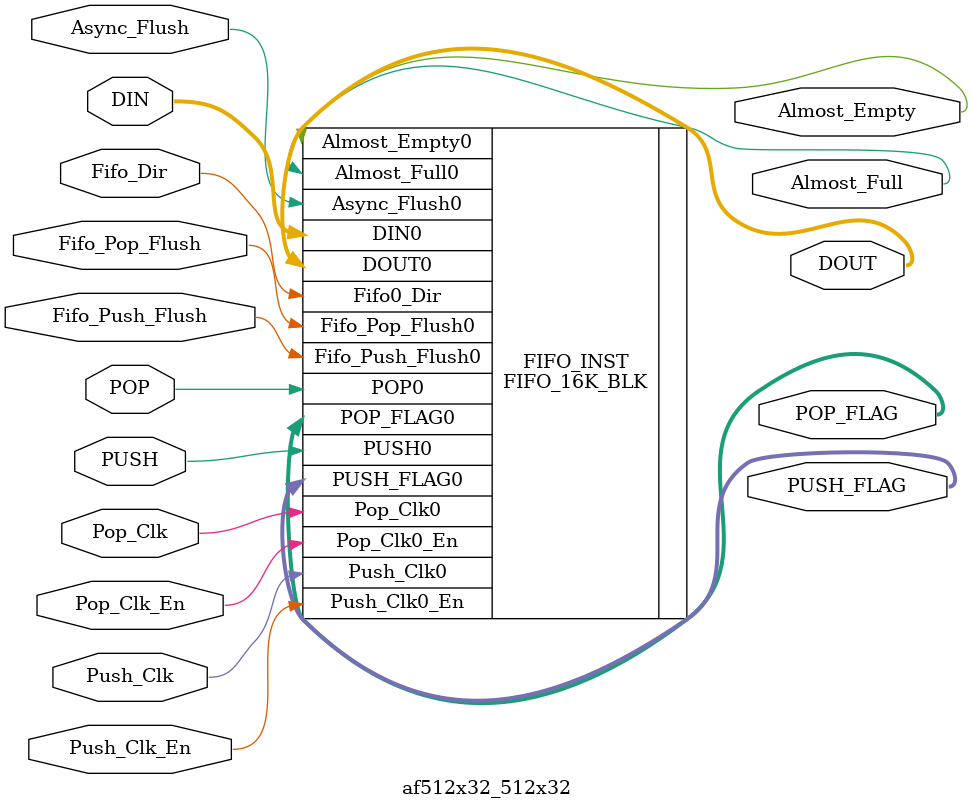
<source format=v>
module af512x32_512x32 (DIN,Fifo_Push_Flush,Fifo_Pop_Flush,PUSH,POP,Push_Clk,Pop_Clk,Push_Clk_En,Pop_Clk_En,Fifo_Dir,Async_Flush,Almost_Full,Almost_Empty,PUSH_FLAG,POP_FLAG,DOUT);

input Fifo_Push_Flush,Fifo_Pop_Flush;
input Push_Clk,Pop_Clk;
input PUSH,POP;
input [31:0] DIN;
input Push_Clk_En,Pop_Clk_En,Fifo_Dir,Async_Flush;
output [31:0] DOUT;
output [3:0] PUSH_FLAG,POP_FLAG;
output Almost_Full,Almost_Empty;

parameter Concatenation_En = 1;

parameter data_depth_int0 = 512;
parameter data_width_int0 = 32;
parameter reg_rd_int0 = 0;
parameter sync_fifo_int0 = 0;


FIFO_16K_BLK   #(.Concatenation_En(Concatenation_En),
				 .data_depth_int0(data_depth_int0),.data_width_int0(data_width_int0),.reg_rd_int0(reg_rd_int0),.sync_fifo_int0(sync_fifo_int0)
				 ) 
FIFO_INST      (.DIN0(DIN),
				.PUSH0(PUSH),
				.POP0(POP),
				.Fifo_Push_Flush0(Fifo_Push_Flush),
				.Fifo_Pop_Flush0(Fifo_Pop_Flush),
				.Push_Clk0(Push_Clk),
				.Pop_Clk0(Pop_Clk),
				.PUSH_FLAG0(PUSH_FLAG),
				.POP_FLAG0(POP_FLAG),
				.Push_Clk0_En(Push_Clk_En),
				.Pop_Clk0_En(Pop_Clk_En),
				.Fifo0_Dir(Fifo_Dir),
				.Async_Flush0(Async_Flush),
				.Almost_Full0(Almost_Full),
				.Almost_Empty0(Almost_Empty),
				.DOUT0(DOUT),
		
				);

endmodule


</source>
